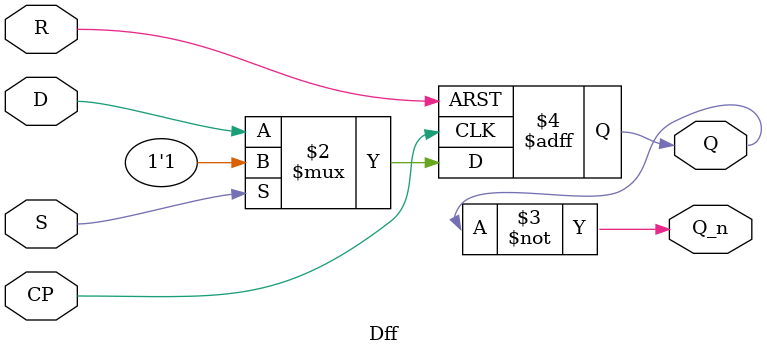
<source format=v>
`timescale 1ns / 1ps

module Dff(
    input S,      // 同步置位，对应 SW2
    input R,      // 异步复位，对应 SW1  
    input D,      // 数据输入，对应 SW0
    input CP,     // 时钟，对应 SW3
    output reg Q, // 输出，对应 LD1
    output Q_n    // 反相输出，对应 LD0
);

// 异步复位：R有效时立即复位
// 同步置位：S有效且在时钟上升沿时置位
always @(posedge CP or posedge R) begin
    if (R) 
        Q <= 1'b0;           // 异步复位
    else 
        Q <= (S) ? 1'b1 : D; // 同步置位或正常D触发器功能
end

// 反相输出
assign Q_n = ~Q;

endmodule
</source>
